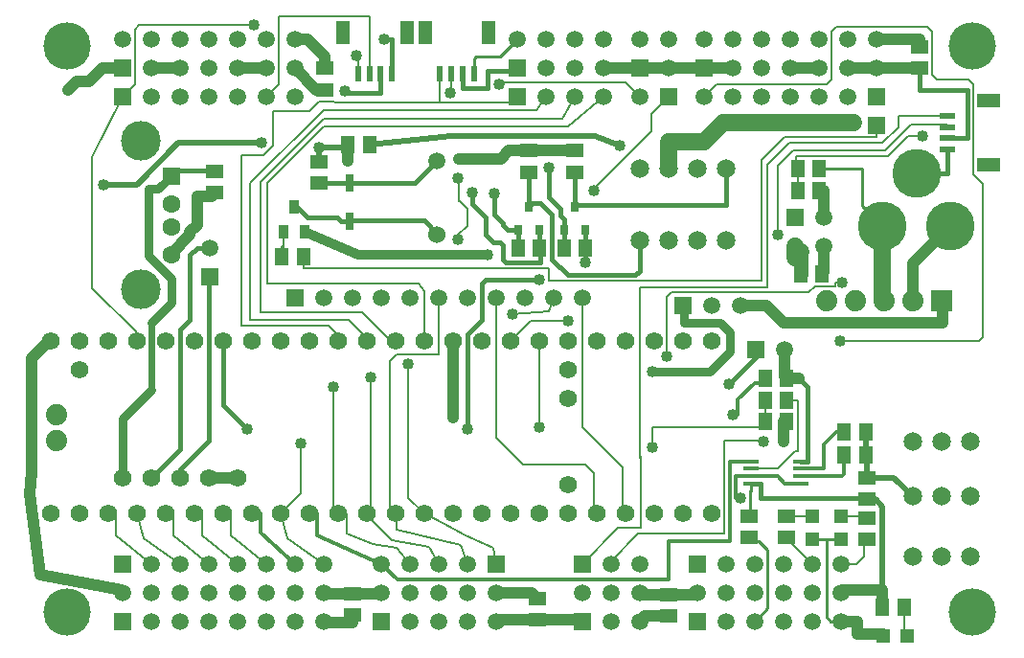
<source format=gtl>
G04 DipTrace 3.3.1.3*
G04 T4-T36-Breakout-Robotshop.gtl*
%MOIN*%
G04 #@! TF.FileFunction,Copper,L1,Top*
G04 #@! TF.Part,Single*
G04 #@! TA.AperFunction,ViaPad*
%ADD13C,0.04*%
G04 #@! TA.AperFunction,Conductor*
%ADD14C,0.015*%
%ADD17C,0.015748*%
%ADD18C,0.02*%
%ADD19C,0.03*%
%ADD20C,0.01*%
%ADD21C,0.008*%
%ADD22C,0.012*%
%ADD24C,0.033465*%
%ADD25C,0.059055*%
G04 #@! TA.AperFunction,ComponentPad*
%ADD26C,0.06*%
G04 #@! TA.AperFunction,Conductor*
%ADD27C,0.051181*%
%ADD28C,0.022*%
%ADD29R,0.059055X0.051181*%
%ADD30R,0.051181X0.059055*%
G04 #@! TA.AperFunction,ComponentPad*
%ADD31R,0.059055X0.059055*%
%ADD32C,0.059055*%
%ADD33R,0.031496X0.062992*%
G04 #@! TA.AperFunction,ComponentPad*
%ADD34C,0.17*%
%ADD35R,0.062992X0.062992*%
%ADD36C,0.062992*%
%ADD37C,0.137795*%
%ADD39C,0.065199*%
%ADD40R,0.047244X0.07874*%
%ADD41R,0.023622X0.05315*%
%ADD42R,0.07874X0.047244*%
%ADD43R,0.05315X0.023622*%
%ADD45R,0.047244X0.047244*%
%ADD46R,0.033465X0.051181*%
%ADD48R,0.031496X0.035433*%
G04 #@! TA.AperFunction,ComponentPad*
%ADD50R,0.074X0.074*%
%ADD51C,0.074*%
%ADD52C,0.06194*%
%ADD53C,0.074*%
%ADD54R,0.055118X0.015748*%
G04 #@! TA.AperFunction,ViaPad*
%ADD56C,0.165*%
%FSLAX26Y26*%
G04*
G70*
G90*
G75*
G01*
G04 Top*
%LPD*%
X2868700Y2443700D2*
D13*
X2768700D1*
X843700D2*
X943700D1*
X1143700D2*
X1243700D1*
X3068700D2*
X3168700D1*
X3268700D2*
X3368700D1*
X1343700D2*
X1418700Y2368700D1*
X1448700D1*
X2418700Y2443700D2*
X2768700D1*
X1518700Y2363700D2*
D14*
Y2358700D1*
X1643149D1*
Y2423700D1*
X3518700Y2443700D2*
Y2367401D1*
X3683700D1*
Y2199015D1*
X3614015D1*
X3368700Y2443700D2*
D13*
X3518700D1*
X1928149Y2423700D2*
D14*
Y2373700D1*
X2013700D1*
Y2433700D1*
X2108700D1*
X2118700Y2443700D1*
X743700D2*
D13*
X673700D1*
X628700Y2398700D1*
X583700D1*
X553700Y2368700D1*
X2121298Y1818700D2*
D14*
Y1879330D1*
X2281298Y1818700D2*
Y1879330D1*
X2038700Y2008700D2*
Y1933700D1*
X2068700Y1903700D1*
Y1896180D1*
X2085550Y1879330D1*
X2121298D1*
X2228700Y2098700D2*
Y1993700D1*
X2268700Y1953700D1*
Y1929645D1*
X2281298Y1917046D1*
Y1879330D1*
X2643700Y611102D2*
D13*
X2736102D1*
X2743700Y618700D1*
X2543700D2*
X2551298Y611102D1*
X2643700D1*
X1543700Y613700D2*
X1638700D1*
X1643700Y618700D1*
X1443700D2*
X1448700Y613700D1*
X1543700D1*
X743700Y618700D2*
X741838Y627100D1*
X456836Y681899D1*
X423296Y960609D1*
X428700Y1035947D1*
Y1433700D1*
X488700Y1493700D1*
X493700D1*
X2930472Y998700D2*
D17*
X2963700D1*
Y948700D1*
X3333700D1*
Y943700D1*
X3243700Y618700D2*
D13*
X3253228Y628228D1*
X3372893D1*
X3388897D1*
Y568700D1*
X3333700Y943700D2*
D18*
X3363700D1*
X3388893Y918507D1*
Y644228D1*
X3372893Y628228D1*
X1428700Y2118503D2*
Y2168700D1*
X1528700D1*
Y2178700D1*
X678700Y2038700D2*
X793700D1*
X938700Y2183700D1*
X1228700D1*
X2043700Y618700D2*
D13*
X2168700D1*
X2188700Y598700D1*
X2923700Y883700D2*
D20*
X2928700D1*
Y972598D1*
X2930472Y970826D1*
Y998700D1*
X1528700Y2178700D2*
D13*
Y2119172D1*
X2318700Y2156102D2*
X2158700D1*
X2088700D1*
X2061298Y2128700D1*
X1913700D1*
X2893700Y1618700D2*
X2983700D1*
X3043700Y1558700D1*
X3598700D1*
Y1628700D1*
X3593700Y1633700D1*
X1693700Y1493700D2*
D21*
Y1478700D1*
X1578700Y1593700D1*
X1223700D1*
Y2048700D1*
X1443700Y2268700D1*
X2273700D1*
X2318700Y2343700D1*
X793700Y1493700D2*
Y1523700D1*
X638700Y1678700D1*
Y2133755D1*
X743700Y2343700D1*
X3093700Y2093700D2*
Y2018700D1*
X3093897D1*
X3093700Y2093700D2*
Y2089231D1*
X3088700Y2084231D1*
Y2138700D1*
X3408700D1*
X3478700Y2208700D1*
X3528700D1*
X743700Y2343700D2*
X787228Y2387228D1*
Y2577700D1*
X803228Y2593700D1*
X1201606D1*
X693700Y893700D2*
X721200D1*
Y818700D1*
X843700Y718700D1*
X793700Y893700D2*
X818700Y808222D1*
X943700Y718700D1*
X893700Y893700D2*
X921200D1*
Y818478D1*
X1043700Y718700D1*
X993700Y893700D2*
X1021200D1*
Y818200D1*
X1143700Y718700D1*
X1093700Y893700D2*
X1121200D1*
Y818645D1*
X1243700Y718700D1*
X3053700Y808897D2*
Y808700D1*
X3143700Y718700D1*
X3243700D2*
X3298700D1*
X3323700Y743700D1*
Y793897D1*
X3333700Y803897D1*
X2193700Y1193700D2*
Y1493700D1*
X3248700Y1698700D2*
X3226255D1*
Y1683700D1*
X3154527D1*
X3133054Y1662228D1*
X2654704D1*
X2638704Y1646228D1*
Y1441850D1*
X3242700Y1492700D2*
X3723924D1*
X3739924Y1508700D1*
Y2039881D1*
X3705200Y2074606D1*
Y2388113D1*
X3689200Y2404113D1*
X3578228D1*
X3562228Y2420113D1*
Y2571228D1*
X3546228Y2587228D1*
X3228228D1*
X3212228Y2571228D1*
Y2403228D1*
X3196228Y2387228D1*
X2812228D1*
X2768700Y2343700D1*
X1593700Y893700D2*
X1588700D1*
X1682413Y799987D1*
X1812413Y775638D1*
X1843700Y718700D1*
X1608700Y1368700D2*
Y908700D1*
X1593700Y893700D1*
X1693700D2*
X1698700D1*
Y837182D1*
X1922896Y782468D1*
X1943700Y718700D1*
X1843700Y1643700D2*
Y1448700D1*
X1698700D1*
X1673700Y1423700D1*
Y913700D1*
X1693700Y893700D1*
X1793700D2*
X1863700Y858700D1*
X1938700Y818700D1*
X2033700Y773700D1*
X2043700Y718700D1*
X1738700Y1413700D2*
Y948700D1*
X1793700Y893700D1*
Y1493700D2*
Y1667735D1*
X1773700Y1693700D1*
X1248700D1*
Y2043700D1*
X1443915Y2238915D1*
X2295821D1*
X2418700Y2343700D1*
X1593700Y1493700D2*
Y1503700D1*
X1530791Y1566609D1*
X1188700D1*
Y2043700D1*
X1443700Y2298700D1*
X2183700D1*
X2218700Y2343700D1*
X2101228Y1586172D2*
X2228700Y1598700D1*
X2243700Y1643700D1*
X2118700Y2343700D2*
X2113700Y2338700D1*
Y2323700D1*
X1848700D1*
X1849409Y2324914D1*
Y2423700D1*
X1493700Y1493700D2*
Y1513700D1*
X1460886Y1546514D1*
X1158700D1*
Y2140949D1*
X1235949D1*
X1268700Y2173700D1*
Y2293700D1*
X1393700D1*
X1428700Y2328700D1*
X1536735Y2324914D1*
X1849409D1*
X1883700Y2358700D2*
X1888779D1*
Y2423700D1*
X1243700Y2343700D2*
X1287228Y2387228D1*
Y2623700D1*
X1603779D1*
Y2423700D1*
X1558700Y2488700D2*
Y2473913D1*
X1564409Y2468204D1*
Y2423700D1*
X1943700Y1186700D2*
D14*
Y1515909D1*
X1993700Y1565909D1*
Y1693700D1*
X2008700Y1708700D1*
X2193700D1*
X1093700Y1493700D2*
Y1271700D1*
X1178700Y1186700D1*
X2356102Y1818700D2*
Y1879330D1*
X2353700Y1768700D2*
Y1816298D1*
X2356102Y1818700D1*
X2196102D2*
Y1879330D1*
X1960700Y2011503D2*
Y1971700D1*
X2008700Y1923700D1*
Y1863700D1*
X2033700Y1838700D1*
X2058700D1*
X2068700Y1828700D1*
Y1778700D1*
X2078700Y1768700D1*
X2198700D1*
Y1816102D1*
X2196102Y1818700D1*
X2343700Y718700D2*
D21*
X2468700Y843700D1*
X2548700D1*
Y1093700D1*
X2543700Y1088700D1*
Y1678922D1*
X2988700D1*
Y2108700D1*
X3063700Y2183700D1*
X3388700D1*
X3443700Y2238700D1*
Y2278700D1*
X3618700D1*
X3614015Y2274015D1*
Y2277755D1*
X2043700Y1643700D2*
Y1158700D1*
X2138700Y1063700D1*
X2353700D1*
X2383700Y1033700D1*
Y903700D1*
X2393700Y893700D1*
X2343700Y1643700D2*
Y1193700D1*
X2483700Y1053700D1*
Y903700D1*
X2493700Y893700D1*
X3023700Y1863700D2*
Y2103700D1*
X3078700Y2158700D1*
X3398700D1*
X3488700Y2248700D1*
X3614015D1*
Y2238385D1*
X2443700Y718700D2*
Y728700D1*
X2538700Y823700D1*
X2838700D1*
Y1148700D1*
X2973700D1*
Y1143700D1*
X1193700Y893700D2*
D22*
X1223700D1*
Y828700D1*
X1343700Y718700D1*
X2868700Y1238700D2*
X2886512D1*
Y1291512D1*
X2943700Y1348700D1*
X2981298D1*
Y1363700D1*
X2893700Y948700D2*
X2878700D1*
Y1024291D1*
X2930472D1*
X2931062Y1023700D1*
X3023700D1*
X3048700Y998700D1*
X3103700D1*
X1293700Y893700D2*
D21*
X1318700Y808222D1*
X1443700Y718700D1*
X2588700Y1123700D2*
Y1193700D1*
X2981298D1*
Y1213700D1*
X1293700Y893700D2*
X1363700Y963700D1*
Y1138700D1*
X2981298Y1213700D2*
Y1288700D1*
X1393700Y893700D2*
D22*
X1421200D1*
Y818200D1*
X1643700Y718700D1*
X1700172Y662228D1*
X2643700D1*
Y798700D1*
X2858700D1*
Y1075472D1*
X2930472D1*
X1493700Y893700D2*
D21*
X1523700D1*
Y823644D1*
X1613700Y788700D1*
X1698700Y773700D1*
X1743700Y718700D1*
X1478700Y1333700D2*
Y908700D1*
X1493700Y893700D1*
X3493700Y953700D2*
D18*
X3428897Y1018503D1*
X3333700D1*
X3331102Y1098700D2*
Y1178700D1*
X3333700Y1018503D2*
Y1098700D1*
X3331102D1*
X1443700Y518700D2*
D13*
Y513700D1*
X1543700D1*
Y538897D1*
X1893700Y1228700D2*
Y1493700D1*
X2543700Y518700D2*
X2561298Y536298D1*
X2643700D1*
X3243700Y518700D2*
X3303228D1*
Y473700D1*
X3391220D1*
Y468700D1*
X3506810Y2078739D2*
D14*
X3614015D1*
Y2159645D1*
X1343700Y2543700D2*
D13*
X1388700D1*
X1448700Y2483700D1*
Y2443503D1*
X1682519Y2423700D2*
D14*
Y2543700D1*
X1653700D1*
X3043700Y1143700D2*
D13*
Y1213700D1*
X3056102D1*
X3183700Y1923700D2*
Y2018700D1*
X3168700D1*
X3368700Y2543700D2*
X3518700D1*
Y2518503D1*
X1043700Y1018700D2*
X1143700D1*
X1967519Y2423700D2*
D20*
Y2477519D1*
X1973700Y2483700D1*
X2058700D1*
X2118700Y2543700D1*
X3103700Y1075472D2*
D14*
X3128700D1*
Y1333700D1*
X3098700Y1363700D1*
D13*
X3056102D1*
X2188700Y523897D2*
X2338503D1*
X2343700Y518700D1*
X2188700Y523897D2*
X2048897D1*
X2043700Y518700D1*
X1603503Y2178700D2*
D18*
X1888758Y2208700D1*
X2388922D1*
X2473700Y2173700D1*
X1378503Y1873700D2*
D24*
X1566380Y1793700D1*
X2013700D1*
X3143700Y802361D2*
D20*
X3193700D1*
X3243700D1*
X3193700D2*
Y533700D1*
X3208700Y518700D1*
X3243700D1*
X3048700Y1463700D2*
D13*
Y1371102D1*
X3056102Y1363700D1*
X3493700Y1633700D2*
Y1762480D1*
X3624920Y1893700D1*
X3183700Y1823700D2*
Y1733897D1*
X3178503Y1728700D1*
X2923700Y808897D2*
D20*
Y798700D1*
X2958700D1*
X2988700Y768700D1*
Y563700D1*
X2943700Y518700D1*
X913700Y1793109D2*
D13*
Y1798700D1*
X978700Y1863700D1*
Y1873700D1*
X1003700Y1898700D1*
Y1998700D1*
X1053503D1*
X1063700Y2008897D1*
X1838700Y1863700D2*
D14*
Y1868700D1*
X1793700Y1913700D1*
X1537558D1*
X1533700Y1909842D1*
X1341102Y1960314D2*
Y1971298D1*
X1388700Y1923700D1*
X1492682D1*
X1506540Y1909842D1*
X1533700D1*
X3103700Y1024291D2*
D22*
X3249291D1*
X3256298Y1031298D1*
Y1098700D1*
X1533700Y2043700D2*
D14*
X1762747D1*
X1838700Y2119653D1*
X1533700Y2043700D2*
X1428700D1*
X3053700Y883700D2*
D21*
X3142361D1*
X3143700Y885039D1*
X3243700D2*
X3327361D1*
X3333700Y878700D1*
X1298700Y1788700D2*
Y1823700D1*
X1303700Y1818700D1*
Y1873700D1*
X3473897Y468700D2*
X3463700Y478897D1*
Y568700D1*
X3103700Y1049881D2*
D22*
X3183700D1*
Y1133700D1*
X3228700Y1178700D1*
X3256298D1*
X3056102Y1288700D2*
D21*
X3095692D1*
Y1110363D1*
X3085363D1*
X3024881Y1049881D1*
X2930472D1*
X2293700Y1563700D2*
X2163700D1*
X2093700Y1493700D1*
X2383700Y2018700D2*
Y2023700D1*
X2583700Y2223700D1*
Y2283700D1*
X2643700Y2343700D1*
X2053700Y2388700D2*
Y2393700D1*
X2493700D1*
X2543700Y2343700D1*
X1912700Y1848574D2*
Y1862700D1*
X1943700Y1893700D1*
Y1953700D1*
X1917898Y1979502D1*
X1913700D1*
Y2062129D1*
X1912700D1*
X2158700Y1962007D2*
D14*
Y2081298D1*
X2543700Y1843700D2*
Y1738700D1*
X2528700Y1723700D1*
X2293700D1*
X2238700Y1778700D1*
Y1933700D1*
X2198700Y1973700D1*
X2170393D1*
X2158700Y1962007D1*
X3368700Y2243700D2*
D21*
Y2203700D1*
X3048700D1*
X2968700Y2123700D1*
Y1703700D1*
X2228700D1*
Y1748700D1*
X1373503D1*
Y1788700D1*
X2843700Y2093700D2*
D14*
Y1968700D1*
X2318700D1*
Y2081298D1*
Y1962007D2*
Y2081298D1*
X943700Y1018700D2*
Y1048700D1*
X1043700Y1148700D1*
Y1713700D1*
X1048700Y1718700D1*
Y1818700D2*
X1003700D1*
X978700Y1793700D1*
Y1568700D1*
X943700Y1533700D1*
Y1118700D1*
X843700Y1018700D1*
X2853700Y1343700D2*
X2961200Y1451200D1*
X2948700Y1463700D1*
X3168503Y2093700D2*
D20*
X3318700D1*
Y1963700D1*
X3388700Y1893700D1*
D26*
Y1638700D1*
X3393700Y1633700D1*
X3103700Y1728700D2*
D27*
Y1802978D1*
D26*
X3083700Y1782978D1*
D25*
Y1823700D1*
X2643700Y2093700D2*
D26*
Y2188700D1*
X2768700D1*
X2833700Y2253700D1*
X3288700D1*
X2588700Y1388700D2*
D19*
X2788700D1*
X2858700Y1458700D1*
Y1523700D1*
X2823700Y1558700D1*
X2698700D1*
Y1613700D1*
X2693700Y1618700D1*
X1063700Y2083700D2*
D14*
Y2088700D1*
X893700D1*
X913700Y2068700D1*
X743700Y1018700D2*
D19*
Y1223700D1*
X843700Y1323700D1*
D28*
Y1558700D1*
D19*
X913700Y1628700D1*
Y1709050D1*
X833700Y1789050D1*
Y2023700D1*
X868700D1*
X913700Y2068700D1*
D13*
X553700Y2368700D3*
X2038700Y2008700D3*
X2228700Y2098700D3*
X1228700Y2183700D3*
X1428700Y2168700D3*
X1608700Y1368700D3*
X1738700Y1413700D3*
X2353700Y1768700D3*
X1478700Y1333700D3*
X1893700Y1228700D3*
X2473700Y2173700D3*
X2013700Y1793700D3*
X2853700Y1343700D3*
X3288700Y2253700D3*
X2588700Y1388700D3*
D56*
X3700787Y551180D3*
X551180D3*
Y2519684D3*
X3700787D3*
D13*
X1653700Y2543700D3*
X3043700Y1143700D3*
X1518700Y2363700D3*
X678700Y2038700D3*
X1883700Y2358700D3*
X1558700Y2488700D3*
X3023700Y1863700D3*
X2868700Y1238700D3*
X2893700Y948700D3*
X2588700Y1123700D3*
X1363700Y1138700D3*
X2973700Y1143700D3*
X3528700Y2208700D3*
X1201606Y2593700D3*
X2101228Y1586172D3*
X1913700Y2128700D3*
X1528700Y2119172D3*
X2193700Y1193700D3*
X2638704Y1441850D3*
X3248700Y1698700D3*
X3242700Y1492700D3*
X2193700Y1708700D3*
X1943700Y1186700D3*
X1178700D3*
X2293700Y1563700D3*
X2053700Y2388700D3*
X1912700Y2062129D3*
X1960700Y2011503D3*
X1912700Y1848574D3*
X2383700Y2018700D3*
D29*
X3518700Y2443700D3*
Y2518503D3*
X2923700Y883700D3*
Y808897D3*
X2188700Y598700D3*
Y523897D3*
X1063700Y2008897D3*
Y2083700D3*
D30*
X1528700Y2178700D3*
X1603503D3*
D29*
X1448700Y2368700D3*
Y2443503D3*
X1543700Y613700D3*
Y538897D3*
X2643700Y611102D3*
Y536298D3*
D30*
X3103700Y1728700D3*
X3178503D3*
D31*
X2768700Y2443700D3*
D32*
Y2543700D3*
X2868700Y2443700D3*
Y2543700D3*
X2968700Y2443700D3*
Y2543700D3*
X3068700Y2443700D3*
Y2543700D3*
X3168700Y2443700D3*
Y2543700D3*
X3268700Y2443700D3*
Y2543700D3*
X3368700Y2443700D3*
Y2543700D3*
D31*
X2118700Y2443700D3*
D32*
Y2543700D3*
X2218700Y2443700D3*
Y2543700D3*
X2318700Y2443700D3*
Y2543700D3*
X2418700Y2443700D3*
Y2543700D3*
D31*
X743700Y2443700D3*
D32*
Y2543700D3*
X843700Y2443700D3*
Y2543700D3*
X943700Y2443700D3*
Y2543700D3*
X1043700Y2443700D3*
Y2543700D3*
X1143700Y2443700D3*
Y2543700D3*
X1243700Y2443700D3*
Y2543700D3*
X1343700Y2443700D3*
Y2543700D3*
D31*
X743700Y518700D3*
D32*
Y618700D3*
X843700Y518700D3*
Y618700D3*
X943700Y518700D3*
Y618700D3*
X1043700Y518700D3*
Y618700D3*
X1143700Y518700D3*
Y618700D3*
X1243700Y518700D3*
Y618700D3*
X1343700Y518700D3*
Y618700D3*
X1443700Y518700D3*
Y618700D3*
D31*
X1643700Y518700D3*
D32*
Y618700D3*
X1743700Y518700D3*
Y618700D3*
X1843700Y518700D3*
Y618700D3*
X1943700Y518700D3*
Y618700D3*
X2043700Y518700D3*
Y618700D3*
D31*
X2743700Y518700D3*
D32*
Y618700D3*
X2843700Y518700D3*
Y618700D3*
X2943700Y518700D3*
Y618700D3*
X3043700Y518700D3*
Y618700D3*
X3143700Y518700D3*
Y618700D3*
X3243700Y518700D3*
Y618700D3*
D31*
X2343700Y518700D3*
D32*
Y618700D3*
X2443700Y518700D3*
Y618700D3*
X2543700Y518700D3*
Y618700D3*
D33*
X1533700Y2043700D3*
Y1909842D3*
D34*
X3388700Y1893700D3*
X3624920D3*
X3506810Y2078739D3*
D35*
X913700Y2068700D3*
D36*
Y1970275D3*
Y1891535D3*
Y1793109D3*
D37*
X807007Y2189566D3*
Y1672243D3*
D31*
X1343700Y1643700D3*
D32*
X1443700D3*
X1543700D3*
X1643700D3*
X1743700D3*
X1843700D3*
X1943700D3*
X2043700D3*
X2143700D3*
X2243700D3*
X2343700D3*
D39*
X3693700Y1143700D3*
X3593700D3*
X3493700D3*
X3693700Y953700D3*
X3593700D3*
X3493700D3*
X3693700Y743700D3*
X3593700D3*
X3493700D3*
D31*
X2948700Y1463700D3*
D32*
X3048700D3*
D31*
X743700Y718700D3*
D32*
X843700D3*
X943700D3*
X1043700D3*
X1143700D3*
X1243700D3*
X1343700D3*
X1443700D3*
D31*
X2043700D3*
D32*
X1943700D3*
X1843700D3*
X1743700D3*
X1643700D3*
D31*
X2743700D3*
D32*
X2843700D3*
X2943700D3*
X3043700D3*
X3143700D3*
X3243700D3*
D31*
X3368700Y2343700D3*
D32*
X3268700D3*
X3168700D3*
X3068700D3*
X2968700D3*
X2868700D3*
X2768700D3*
D31*
X2118700D3*
D32*
X2218700D3*
X2318700D3*
X2418700D3*
D31*
X743700D3*
D32*
X843700D3*
X943700D3*
X1043700D3*
X1143700D3*
X1243700D3*
X1343700D3*
D31*
X2343700Y718700D3*
D32*
X2443700D3*
X2543700D3*
D31*
X2643700Y2343700D3*
D32*
X2543700D3*
D40*
X1733700Y2568385D3*
X1513228D3*
D41*
X1682519Y2423700D3*
X1643149D3*
X1603779D3*
X1564409D3*
D40*
X2018700Y2568385D3*
X1798228D3*
D41*
X1967519Y2423700D3*
X1928149D3*
X1888779D3*
X1849409D3*
D42*
X3758700Y2108464D3*
Y2328936D3*
D43*
X3614015Y2159645D3*
Y2199015D3*
Y2238385D3*
Y2277755D3*
D31*
X3368700Y2243700D3*
X1048700Y1718700D3*
D32*
Y1818700D3*
D31*
X3083700Y1923700D3*
D32*
X3183700D3*
X3083700Y1823700D3*
X3183700D3*
D45*
X3143700Y885039D3*
Y802361D3*
X3243700Y885039D3*
Y802361D3*
X3391220Y468700D3*
X3473897D3*
D46*
X1303700Y1873700D3*
X1378503D3*
X1341102Y1960314D3*
D48*
X2281298Y1879330D3*
X2356102D3*
X2318700Y1962007D3*
X2121298Y1879330D3*
X2196102D3*
X2158700Y1962007D3*
D30*
X3093700Y2093700D3*
X3168503D3*
X3168700Y2018700D3*
X3093897D3*
X1298700Y1788700D3*
X1373503D3*
D29*
X1428700Y2043700D3*
Y2118503D3*
D30*
X3463700Y568700D3*
X3388897D3*
X3056102Y1363700D3*
X2981298D3*
D29*
X3053700Y883700D3*
Y808897D3*
X3333700Y943700D3*
Y1018503D3*
D30*
X2196102Y1818700D3*
X2121298D3*
X3056102Y1288700D3*
X2981298D3*
X3256298Y1178700D3*
X3331102D3*
X3256298Y1098700D3*
X3331102D3*
X3056102Y1213700D3*
X2981298D3*
X2281298Y1818700D3*
X2356102D3*
D29*
X2318700Y2081298D3*
Y2156102D3*
X2158700Y2081298D3*
Y2156102D3*
X3333700Y878700D3*
Y803897D3*
D26*
X1838700Y1863700D3*
D32*
Y2119653D3*
D39*
X2843700Y2093700D3*
X2743700D3*
X2643700D3*
X2543700D3*
D50*
X3593700Y1633700D3*
D51*
X3493700D3*
X3393700D3*
X3193700D3*
X3293700D3*
D52*
X493700Y893700D3*
X593700D3*
X693700D3*
X793700D3*
X893700D3*
X993700D3*
X1093700D3*
X1193700D3*
X1293700D3*
X1393700D3*
X1493700D3*
X1593700D3*
X1693700D3*
X1793700D3*
X2293700Y993700D3*
X593700Y1393700D3*
D53*
X515700Y1238700D3*
Y1148700D3*
D52*
X2093700Y1493700D3*
X1793700D3*
X1693700D3*
X1593700D3*
X1493700D3*
X1393700D3*
X1293700D3*
X1193700D3*
X1093700D3*
X993700D3*
X893700D3*
X793700D3*
X693700D3*
X593700D3*
X493700D3*
X2293700Y1393700D3*
X743700Y1018700D3*
X843700D3*
X943700D3*
X2393700Y893700D3*
X2493700D3*
X2293700D3*
X2193700D3*
X2093700D3*
X1993700D3*
X2593700D3*
X2693700D3*
X2793700D3*
Y1493700D3*
X1893700Y893700D3*
X2693700Y1493700D3*
X1893700D3*
X2593700D3*
X2393700D3*
X2293700D3*
X2193700D3*
X2493700D3*
X1993700D3*
X2293700Y1293700D3*
X1043700Y1018700D3*
X1143700D3*
D31*
X2543700Y2443700D3*
D32*
Y2543700D3*
X2643700Y2443700D3*
Y2543700D3*
D39*
X2843700Y1843700D3*
X2743700D3*
X2643700D3*
X2543700D3*
D54*
X3103700Y998700D3*
Y1024291D3*
Y1049881D3*
Y1075472D3*
X2930472D3*
Y1049881D3*
Y1024291D3*
Y998700D3*
D31*
X2693700Y1618700D3*
D32*
X2793700D3*
X2893700D3*
M02*

</source>
